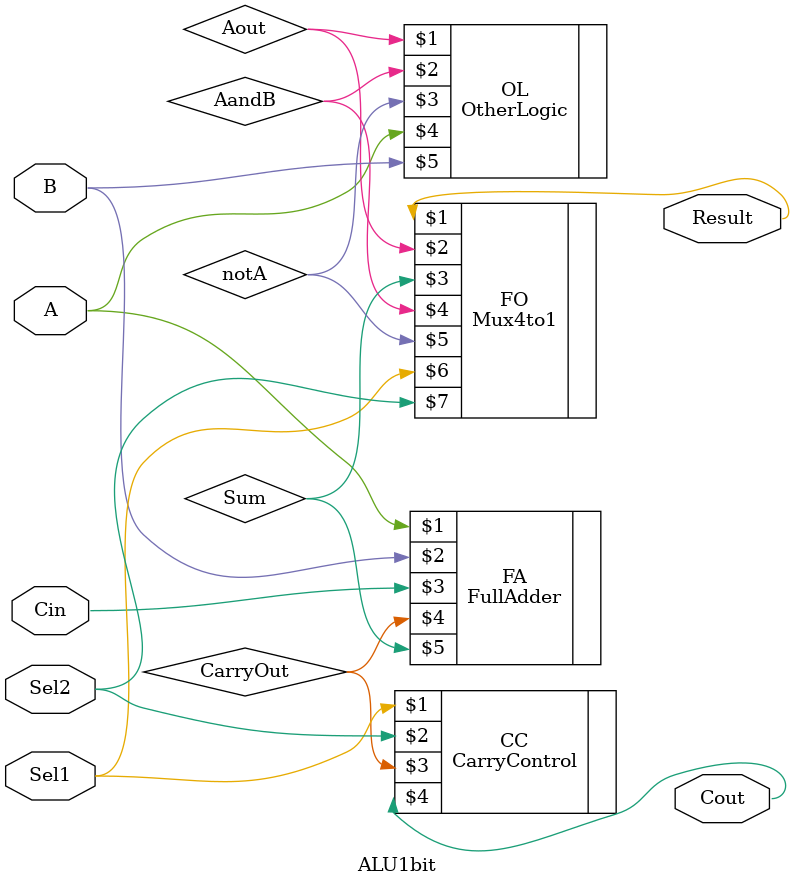
<source format=v>
`timescale 1ns / 1ps
module ALU1bit(Result,Cout,A,B,Cin,Sel1,Sel2);
	input A,B,Cin,Sel1,Sel2;
	output Result,Cout;
	wire Sum,Aout,AandB,notA,CarryOut;
	
	CarryControl CC(Sel1,Sel2,CarryOut,Cout); //module CarryControl(Sel1,Sel2,Cin,Cout);
	FullAdder FA(A,B,Cin,CarryOut,Sum); //module FullAdder(A,B,Cin,Cout,Sum);
	OtherLogic OL(Aout,AandB,notA,A,B); //module OtherLogic(Aout,AandB,notA,A,B);
	Mux4to1 FO(Result,Aout,Sum,AandB,notA,Sel1,Sel2); //module Mux4to1(Out,A,B,C,D,Sel1,Sel2);
endmodule

</source>
